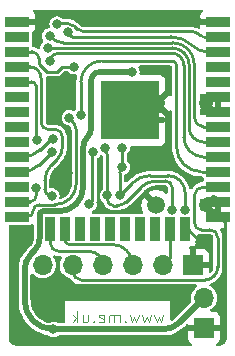
<source format=gbr>
%TF.GenerationSoftware,KiCad,Pcbnew,(6.0.1-0)*%
%TF.CreationDate,2022-01-30T06:48:27+00:00*%
%TF.ProjectId,LowPower,4c6f7750-6f77-4657-922e-6b696361645f,6*%
%TF.SameCoordinates,Original*%
%TF.FileFunction,Copper,L2,Bot*%
%TF.FilePolarity,Positive*%
%FSLAX46Y46*%
G04 Gerber Fmt 4.6, Leading zero omitted, Abs format (unit mm)*
G04 Created by KiCad (PCBNEW (6.0.1-0)) date 2022-01-30 06:48:27*
%MOMM*%
%LPD*%
G01*
G04 APERTURE LIST*
%ADD10C,0.100000*%
%TA.AperFunction,NonConductor*%
%ADD11C,0.100000*%
%TD*%
%TA.AperFunction,ComponentPad*%
%ADD12C,0.600000*%
%TD*%
%TA.AperFunction,ComponentPad*%
%ADD13C,1.250000*%
%TD*%
%TA.AperFunction,ComponentPad*%
%ADD14C,1.500000*%
%TD*%
%TA.AperFunction,ComponentPad*%
%ADD15R,1.700000X1.700000*%
%TD*%
%TA.AperFunction,ComponentPad*%
%ADD16O,1.700000X1.700000*%
%TD*%
%TA.AperFunction,ComponentPad*%
%ADD17C,0.350000*%
%TD*%
%TA.AperFunction,SMDPad,CuDef*%
%ADD18R,2.000000X0.900000*%
%TD*%
%TA.AperFunction,SMDPad,CuDef*%
%ADD19R,0.900000X2.000000*%
%TD*%
%TA.AperFunction,SMDPad,CuDef*%
%ADD20R,5.000000X5.000000*%
%TD*%
%TA.AperFunction,ViaPad*%
%ADD21C,0.800000*%
%TD*%
%TA.AperFunction,Conductor*%
%ADD22C,0.250000*%
%TD*%
%TA.AperFunction,Conductor*%
%ADD23C,0.500000*%
%TD*%
G04 APERTURE END LIST*
D10*
D11*
X130557142Y-124685714D02*
X130366666Y-125352380D01*
X130176190Y-124876190D01*
X129985714Y-125352380D01*
X129795238Y-124685714D01*
X129509523Y-124685714D02*
X129319047Y-125352380D01*
X129128571Y-124876190D01*
X128938095Y-125352380D01*
X128747619Y-124685714D01*
X128461904Y-124685714D02*
X128271428Y-125352380D01*
X128080952Y-124876190D01*
X127890476Y-125352380D01*
X127700000Y-124685714D01*
X127319047Y-125257142D02*
X127271428Y-125304761D01*
X127319047Y-125352380D01*
X127366666Y-125304761D01*
X127319047Y-125257142D01*
X127319047Y-125352380D01*
X126842857Y-125352380D02*
X126842857Y-124685714D01*
X126842857Y-124780952D02*
X126795238Y-124733333D01*
X126700000Y-124685714D01*
X126557142Y-124685714D01*
X126461904Y-124733333D01*
X126414285Y-124828571D01*
X126414285Y-125352380D01*
X126414285Y-124828571D02*
X126366666Y-124733333D01*
X126271428Y-124685714D01*
X126128571Y-124685714D01*
X126033333Y-124733333D01*
X125985714Y-124828571D01*
X125985714Y-125352380D01*
X125128571Y-125304761D02*
X125223809Y-125352380D01*
X125414285Y-125352380D01*
X125509523Y-125304761D01*
X125557142Y-125209523D01*
X125557142Y-124828571D01*
X125509523Y-124733333D01*
X125414285Y-124685714D01*
X125223809Y-124685714D01*
X125128571Y-124733333D01*
X125080952Y-124828571D01*
X125080952Y-124923809D01*
X125557142Y-125019047D01*
X124652380Y-125257142D02*
X124604761Y-125304761D01*
X124652380Y-125352380D01*
X124700000Y-125304761D01*
X124652380Y-125257142D01*
X124652380Y-125352380D01*
X123747619Y-124685714D02*
X123747619Y-125352380D01*
X124176190Y-124685714D02*
X124176190Y-125209523D01*
X124128571Y-125304761D01*
X124033333Y-125352380D01*
X123890476Y-125352380D01*
X123795238Y-125304761D01*
X123747619Y-125257142D01*
X123271428Y-125352380D02*
X123271428Y-124352380D01*
X123176190Y-124971428D02*
X122890476Y-125352380D01*
X122890476Y-124685714D02*
X123271428Y-125066666D01*
D12*
%TO.P,J2,S1,SHIELD*%
%TO.N,GND*%
X130455000Y-108210000D03*
D13*
X134135000Y-106780000D03*
X134135000Y-115420000D03*
D12*
X130455000Y-113990000D03*
D14*
X129965000Y-106780000D03*
X129965000Y-115420000D03*
%TD*%
D15*
%TO.P,J3,1,Pin_1*%
%TO.N,GND*%
X134000000Y-125800000D03*
D16*
%TO.P,J3,2,Pin_2*%
%TO.N,DC*%
X134000000Y-123260000D03*
%TD*%
D17*
%TO.P,U2,21,GND*%
%TO.N,GND*%
X122700000Y-112700000D03*
%TD*%
D15*
%TO.P,J1,1,Pin_1*%
%TO.N,GND*%
X133045000Y-120500000D03*
D16*
%TO.P,J1,2,Pin_2*%
%TO.N,IO1*%
X130505000Y-120500000D03*
%TO.P,J1,3,Pin_3*%
%TO.N,IO2*%
X127965000Y-120500000D03*
%TO.P,J1,4,Pin_4*%
%TO.N,IO3*%
X125425000Y-120500000D03*
%TO.P,J1,5,Pin_5*%
%TO.N,IO4*%
X122885000Y-120500000D03*
%TO.P,J1,6,Pin_6*%
%TO.N,Net-(J1-Pad6)*%
X120345000Y-120500000D03*
%TD*%
D18*
%TO.P,U1,1,GND*%
%TO.N,GND*%
X135200000Y-99895000D03*
%TO.P,U1,2,VDD*%
%TO.N,+3V3*%
X135200000Y-101165000D03*
%TO.P,U1,3,EN*%
%TO.N,Net-(Q1-Pad5)*%
X135200000Y-102435000D03*
%TO.P,U1,4,SENSOR_VP*%
%TO.N,unconnected-(U1-Pad4)*%
X135200000Y-103705000D03*
%TO.P,U1,5,SENSOR_VN*%
%TO.N,unconnected-(U1-Pad5)*%
X135200000Y-104975000D03*
%TO.P,U1,6,IO34*%
%TO.N,GND*%
X135200000Y-106245000D03*
%TO.P,U1,7,IO35*%
X135200000Y-107515000D03*
%TO.P,U1,8,IO32*%
%TO.N,R*%
X135200000Y-108785000D03*
%TO.P,U1,9,IO33*%
%TO.N,B*%
X135200000Y-110055000D03*
%TO.P,U1,10,IO25*%
%TO.N,G*%
X135200000Y-111325000D03*
%TO.P,U1,11,IO26*%
%TO.N,ADC*%
X135200000Y-112595000D03*
%TO.P,U1,12,IO27*%
%TO.N,IO4*%
X135200000Y-113865000D03*
%TO.P,U1,13,IO14*%
%TO.N,GND*%
X135200000Y-115135000D03*
%TO.P,U1,14,IO12*%
X135200000Y-116405000D03*
D19*
%TO.P,U1,15,GND*%
X132415000Y-117405000D03*
%TO.P,U1,16,IO13*%
%TO.N,IO1*%
X131145000Y-117405000D03*
%TO.P,U1,17,SHD/SD2*%
%TO.N,unconnected-(U1-Pad17)*%
X129875000Y-117405000D03*
%TO.P,U1,18,SWP/SD3*%
%TO.N,unconnected-(U1-Pad18)*%
X128605000Y-117405000D03*
%TO.P,U1,19,SCS/CMD*%
%TO.N,unconnected-(U1-Pad19)*%
X127335000Y-117405000D03*
%TO.P,U1,20,SCK/CLK*%
%TO.N,unconnected-(U1-Pad20)*%
X126065000Y-117405000D03*
%TO.P,U1,21,SDO/SD0*%
%TO.N,unconnected-(U1-Pad21)*%
X124795000Y-117405000D03*
%TO.P,U1,22,SDI/SD1*%
%TO.N,unconnected-(U1-Pad22)*%
X123525000Y-117405000D03*
%TO.P,U1,23,IO15*%
%TO.N,IO2*%
X122255000Y-117405000D03*
%TO.P,U1,24,IO2*%
%TO.N,IO3*%
X120985000Y-117405000D03*
D18*
%TO.P,U1,25,IO0*%
%TO.N,Net-(Q1-Pad4)*%
X118200000Y-116405000D03*
%TO.P,U1,26,IO4*%
%TO.N,IO5*%
X118200000Y-115135000D03*
%TO.P,U1,27,IO16*%
%TO.N,unconnected-(U1-Pad27)*%
X118200000Y-113865000D03*
%TO.P,U1,28,IO17*%
%TO.N,USB*%
X118200000Y-112595000D03*
%TO.P,U1,29,IO5*%
%TO.N,CHARGER*%
X118200000Y-111325000D03*
%TO.P,U1,30,IO18*%
%TO.N,unconnected-(U1-Pad30)*%
X118200000Y-110055000D03*
%TO.P,U1,31,IO19*%
%TO.N,unconnected-(U1-Pad31)*%
X118200000Y-108785000D03*
%TO.P,U1,32,NC*%
%TO.N,unconnected-(U1-Pad32)*%
X118200000Y-107515000D03*
%TO.P,U1,33,IO21*%
%TO.N,unconnected-(U1-Pad33)*%
X118200000Y-106245000D03*
%TO.P,U1,34,RXD0/IO3*%
%TO.N,I*%
X118200000Y-104975000D03*
%TO.P,U1,35,TXD0/IO1*%
%TO.N,O*%
X118200000Y-103705000D03*
%TO.P,U1,36,IO22*%
%TO.N,ADCON*%
X118200000Y-102435000D03*
%TO.P,U1,37,IO23*%
%TO.N,unconnected-(U1-Pad37)*%
X118200000Y-101165000D03*
%TO.P,U1,38,GND*%
%TO.N,GND*%
X118200000Y-99895000D03*
D20*
%TO.P,U1,39,GND*%
X127700000Y-107395000D03*
%TD*%
D21*
%TO.N,GND*%
X122300000Y-104600000D03*
X133700000Y-118500000D03*
X121520001Y-124179999D03*
X124225500Y-99600000D03*
%TO.N,+3V3*%
X121560000Y-100100000D03*
%TO.N,IO5*%
X119800000Y-113925010D03*
%TO.N,O*%
X121110205Y-114651712D03*
%TO.N,I*%
X119837340Y-109937340D03*
%TO.N,DC*%
X121251168Y-125928298D03*
X127890000Y-104110000D03*
%TO.N,Net-(Q1-Pad5)*%
X122447374Y-100763201D03*
%TO.N,Net-(Q1-Pad4)*%
X122600011Y-108003478D03*
%TO.N,ADCON*%
X123000000Y-103700000D03*
%TO.N,ADC*%
X123575645Y-107774980D03*
%TO.N,CHARGER*%
X121200000Y-109850002D03*
%TO.N,USB*%
X121112119Y-110913201D03*
%TO.N,Net-(C2-Pad1)*%
X124624012Y-110903845D03*
X124284095Y-115314543D03*
%TO.N,R*%
X120922814Y-101087818D03*
%TO.N,G*%
X120940798Y-103237244D03*
%TO.N,B*%
X120760687Y-102141490D03*
%TO.N,Net-(C4-Pad1)*%
X125818304Y-114598388D03*
X125577979Y-110605596D03*
X131300000Y-115800000D03*
%TO.N,Net-(C3-Pad1)*%
X127077230Y-110545028D03*
X132400000Y-115804998D03*
X126882276Y-114597468D03*
X127077238Y-112187497D03*
%TD*%
D22*
%TO.N,GND*%
X135200000Y-106245000D02*
X134670000Y-106245000D01*
X134870000Y-107515000D02*
X134135000Y-106780000D01*
X125800000Y-116000000D02*
X127500000Y-116000000D01*
X132605000Y-117405000D02*
X133700000Y-118500000D01*
X122300000Y-104600000D02*
X121836193Y-105063807D01*
X121836193Y-105063807D02*
X121836193Y-108254867D01*
D23*
X133705000Y-99895000D02*
X135200000Y-99895000D01*
D22*
X127500000Y-116000000D02*
X128945000Y-114555000D01*
X135120000Y-116405000D02*
X134135000Y-115420000D01*
X122525001Y-109574999D02*
X122525001Y-112525001D01*
X135200000Y-116405000D02*
X135305000Y-116405000D01*
X135200000Y-116405000D02*
X135120000Y-116405000D01*
X132415000Y-117405000D02*
X132605000Y-117405000D01*
X122525001Y-112525001D02*
X122700000Y-112700000D01*
X124700556Y-99124944D02*
X125775056Y-99124944D01*
X135750000Y-116850000D02*
X135750000Y-125250000D01*
X125009096Y-113290904D02*
X125009096Y-115209096D01*
D23*
X120405000Y-99895000D02*
X118200000Y-99895000D01*
X133445000Y-99635000D02*
X133705000Y-99895000D01*
D22*
X128945000Y-114555000D02*
X128945000Y-114400000D01*
X122043837Y-108756163D02*
X122286230Y-108998556D01*
X135250000Y-125750000D02*
X134050000Y-125750000D01*
X134670000Y-106245000D02*
X134135000Y-106780000D01*
X128945000Y-114400000D02*
X129965000Y-115420000D01*
D23*
X121024944Y-99275056D02*
X120405000Y-99895000D01*
X125775056Y-99124944D02*
X132213616Y-99124944D01*
D22*
X124225500Y-99600000D02*
X124700556Y-99124944D01*
X135200000Y-115135000D02*
X134420000Y-115135000D01*
X134420000Y-115135000D02*
X134135000Y-115420000D01*
X135200000Y-107515000D02*
X134870000Y-107515000D01*
D23*
X125775056Y-99124944D02*
X121387346Y-99124944D01*
D22*
X122525001Y-109574999D02*
G75*
G03*
X122286230Y-108998556I-815212J0D01*
G01*
D23*
X121024944Y-99275056D02*
G75*
G02*
X121387346Y-99124944I362399J-362395D01*
G01*
D22*
X122043837Y-108756163D02*
G75*
G02*
X121836193Y-108254867I501287J501293D01*
G01*
X134000000Y-125800000D02*
G75*
G02*
X134050000Y-125750000I50001J-1D01*
G01*
X135250000Y-125750000D02*
G75*
G03*
X135750000Y-125250000I-1J500001D01*
G01*
X125800000Y-116000000D02*
G75*
G02*
X125009096Y-115209096I-1J790903D01*
G01*
D23*
X133445000Y-99635000D02*
G75*
G03*
X132213616Y-99124944I-1231383J-1231382D01*
G01*
D22*
X135750000Y-116850000D02*
G75*
G03*
X135305000Y-116405000I-444998J2D01*
G01*
%TO.N,+3V3*%
X121728994Y-100030000D02*
X122427660Y-100030000D01*
X133991776Y-101165000D02*
X135200000Y-101165000D01*
X122995000Y-100265000D02*
X123220000Y-100490000D01*
X123751126Y-100710000D02*
X132893310Y-100710000D01*
X123751126Y-100709999D02*
G75*
G02*
X123220001Y-100489999I0J751124D01*
G01*
X122995000Y-100265000D02*
G75*
G03*
X122427660Y-100030000I-567338J-567335D01*
G01*
X133690000Y-101040000D02*
G75*
G03*
X132893310Y-100710000I-796690J-796690D01*
G01*
X121728994Y-100030001D02*
G75*
G03*
X121560001Y-100100001I-5J-238980D01*
G01*
X133991776Y-101165000D02*
G75*
G02*
X133690000Y-101040000I3J426781D01*
G01*
%TO.N,IO5*%
X118200000Y-115135000D02*
X119265000Y-115135000D01*
X119800000Y-114600000D02*
X119800000Y-113925010D01*
X119800000Y-114600000D02*
G75*
G02*
X119265000Y-115135000I-535000J0D01*
G01*
%TO.N,IO4*%
X133750000Y-117500000D02*
X134500000Y-117500000D01*
X135172811Y-118172811D02*
X135172811Y-120657191D01*
X135200000Y-113865000D02*
X133950000Y-113865000D01*
X133184999Y-114630001D02*
X133184999Y-116080489D01*
X122885000Y-121035000D02*
X122885000Y-120500000D01*
X133189511Y-116085001D02*
X133189511Y-116939511D01*
X134080002Y-121750000D02*
X123600000Y-121750000D01*
X133189511Y-116085001D02*
G75*
G03*
X133184999Y-116080489I-4514J-2D01*
G01*
X122885000Y-121035000D02*
G75*
G03*
X123600000Y-121750000I715001J1D01*
G01*
X134080002Y-121750000D02*
G75*
G03*
X135172811Y-120657191I1J1092808D01*
G01*
X133750000Y-117500000D02*
G75*
G02*
X133189511Y-116939511I-1J560488D01*
G01*
X135172811Y-118172811D02*
G75*
G03*
X134500000Y-117500000I-672812J-1D01*
G01*
X133184999Y-114630001D02*
G75*
G02*
X133950000Y-113865000I765002J-1D01*
G01*
%TO.N,IO3*%
X120985000Y-117405000D02*
X120985000Y-118655000D01*
X121654999Y-119324999D02*
X124249999Y-119324999D01*
X121654999Y-119324999D02*
G75*
G02*
X120985000Y-118655000I-1J669998D01*
G01*
X125425000Y-120500000D02*
G75*
G03*
X124249999Y-119324999I-1175002J-1D01*
G01*
%TO.N,IO2*%
X122255000Y-117405000D02*
X122255000Y-118455000D01*
X122530001Y-118730001D02*
X126195001Y-118730001D01*
X127965000Y-120500000D02*
G75*
G03*
X126195001Y-118730001I-1770000J-1D01*
G01*
X122530001Y-118730001D02*
G75*
G02*
X122255000Y-118455000I0J275001D01*
G01*
%TO.N,IO1*%
X131145000Y-117405000D02*
X131145000Y-119860000D01*
X130505000Y-120500000D02*
G75*
G03*
X131145000Y-119860000I-1J640001D01*
G01*
%TO.N,O*%
X120525001Y-113317459D02*
X120525001Y-114068293D01*
X122000000Y-109600000D02*
X122000000Y-110500000D01*
X120915704Y-114622101D02*
X121080594Y-114622101D01*
X121080594Y-114622101D02*
X121110205Y-114651712D01*
X120200000Y-104653137D02*
X120200000Y-108400000D01*
X118200000Y-103705000D02*
X119251863Y-103705000D01*
X120800000Y-109000000D02*
X121400000Y-109000000D01*
X121575736Y-111524264D02*
X121050000Y-112050000D01*
X120200000Y-104653137D02*
G75*
G03*
X119251863Y-103705000I-948137J0D01*
G01*
X121575736Y-111524264D02*
G75*
G03*
X122000000Y-110500000I-1024267J1024265D01*
G01*
X120915704Y-114622101D02*
G75*
G02*
X120525001Y-114068293I199924J555765D01*
G01*
X122000000Y-109600000D02*
G75*
G03*
X121400000Y-109000000I-600000J0D01*
G01*
X120525001Y-113317459D02*
G75*
G02*
X121050000Y-112050000I1792464J-3D01*
G01*
X120800000Y-109000000D02*
G75*
G02*
X120200000Y-108400000I0J600000D01*
G01*
%TO.N,I*%
X119749989Y-105274989D02*
X119749989Y-109726457D01*
X118200000Y-104975000D02*
X119450000Y-104975000D01*
X119749989Y-105274989D02*
G75*
G03*
X119450000Y-104975000I-299990J-1D01*
G01*
X119837340Y-109937340D02*
G75*
G02*
X119749989Y-109726457I210885J210884D01*
G01*
D23*
%TO.N,DC*%
X120084999Y-118235175D02*
X120084999Y-116194242D01*
X118800000Y-123477130D02*
X118800000Y-120913172D01*
X125240683Y-104110000D02*
X127890000Y-104110000D01*
X123774512Y-113845323D02*
X123774512Y-110472475D01*
X120324242Y-115954999D02*
X121664836Y-115954999D01*
X124428685Y-108893162D02*
X124428685Y-104921998D01*
X121251168Y-125928298D02*
X130550381Y-125928298D01*
X119375000Y-119525000D02*
X119675000Y-119225000D01*
X134000000Y-123260000D02*
X131884180Y-125375820D01*
X123774512Y-113845323D02*
G75*
G02*
X121664836Y-115954999I-2109677J1D01*
G01*
X119375000Y-119525000D02*
G75*
G03*
X118800000Y-120913172I1388161J-1388168D01*
G01*
X124096098Y-109696098D02*
G75*
G03*
X123774512Y-110472475I776372J-776375D01*
G01*
X125240683Y-104110000D02*
G75*
G03*
X124428685Y-104921998I1J-811999D01*
G01*
X118800000Y-123477130D02*
G75*
G03*
X121251168Y-125928298I2451166J-2D01*
G01*
X120324242Y-115954999D02*
G75*
G03*
X120084999Y-116194242I1J-239244D01*
G01*
X120084999Y-118235175D02*
G75*
G02*
X119675000Y-119225000I-1399823J0D01*
G01*
X130550381Y-125928298D02*
G75*
G03*
X131884180Y-125375820I-1J1886278D01*
G01*
X124428684Y-108893162D02*
G75*
G02*
X124096097Y-109696097I-1135520J-1D01*
G01*
D22*
%TO.N,Net-(Q1-Pad5)*%
X122847373Y-101163200D02*
X131221208Y-101163200D01*
X134291604Y-102435000D02*
X135200000Y-102435000D01*
X134291604Y-102434999D02*
G75*
G02*
X133000001Y-101899999I0J1826603D01*
G01*
X122847373Y-101163200D02*
G75*
G02*
X122447374Y-100763201I0J399999D01*
G01*
X133000000Y-101900000D02*
G75*
G03*
X131221208Y-101163200I-1778792J-1778792D01*
G01*
%TO.N,Net-(Q1-Pad4)*%
X123200001Y-109451981D02*
X123200001Y-113549999D01*
X123162926Y-109051885D02*
X123197942Y-109317851D01*
X122990836Y-108544925D02*
X123093495Y-108792765D01*
X123197942Y-109317851D02*
X123200001Y-109451981D01*
X119029022Y-116405000D02*
X118200000Y-116405000D01*
X123093495Y-108792765D02*
X123162926Y-109051885D01*
X122600011Y-108003478D02*
X122693399Y-108099779D01*
X121369512Y-115380488D02*
X120053534Y-115380488D01*
X122856706Y-108312604D02*
X122990836Y-108544925D01*
X122693399Y-108099779D02*
X122856706Y-108312604D01*
X119524511Y-115909511D02*
G75*
G02*
X120053534Y-115380488I529022J1D01*
G01*
X119029022Y-116405000D02*
G75*
G03*
X119524511Y-115909511I1J495488D01*
G01*
X121369512Y-115380488D02*
G75*
G03*
X123200001Y-113549999I-1J1830490D01*
G01*
%TO.N,ADCON*%
X122000000Y-103700000D02*
X121556286Y-104143714D01*
X118200000Y-102435000D02*
X119450000Y-102435000D01*
X123000000Y-103700000D02*
X122000000Y-103700000D01*
X120719981Y-104143714D02*
X120009041Y-103432774D01*
X121556286Y-104143714D02*
X120719981Y-104143714D01*
X120009041Y-103432774D02*
X120009041Y-102994041D01*
X120009041Y-102994041D02*
G75*
G03*
X119450000Y-102435000I-559040J1D01*
G01*
%TO.N,ADC*%
X123575645Y-107774980D02*
X123575645Y-104975645D01*
X135200000Y-112595000D02*
X133813644Y-112595000D01*
X131657952Y-103557952D02*
X131657952Y-110439308D01*
X125349287Y-103202003D02*
X131302003Y-103202003D01*
X125349287Y-103202003D02*
G75*
G03*
X123575645Y-104975645I1J-1773643D01*
G01*
X131657952Y-103557952D02*
G75*
G03*
X131302003Y-103202003I-355949J0D01*
G01*
X131657952Y-110439308D02*
G75*
G03*
X133813644Y-112595000I2155693J1D01*
G01*
%TO.N,CHARGER*%
X120854618Y-109993064D02*
X120123841Y-110723841D01*
X118672515Y-111325000D02*
X118200000Y-111325000D01*
X118672515Y-111325000D02*
G75*
G03*
X120123841Y-110723841I3J2052477D01*
G01*
X120854618Y-109993064D02*
G75*
G02*
X121200000Y-109850002I345385J-345388D01*
G01*
%TO.N,USB*%
X118606767Y-112595000D02*
X118200000Y-112595000D01*
X121112119Y-110913201D02*
X120012660Y-112012660D01*
X118606767Y-112595000D02*
G75*
G03*
X120012660Y-112012660I4J1988223D01*
G01*
%TO.N,Net-(C2-Pad1)*%
X124517912Y-115080726D02*
X124517912Y-111159993D01*
X124624012Y-110903845D02*
G75*
G03*
X124517912Y-111159993I256144J-256146D01*
G01*
X124517912Y-115080726D02*
G75*
G02*
X124284095Y-115314543I-233816J-1D01*
G01*
%TO.N,R*%
X135200000Y-108785000D02*
X133950000Y-108785000D01*
X133184999Y-108019999D02*
X133184999Y-103515001D01*
X121096567Y-101261570D02*
X120922814Y-101087818D01*
X131327520Y-101657522D02*
X122052478Y-101657522D01*
X133184999Y-108019999D02*
G75*
G03*
X133950000Y-108785000I765002J1D01*
G01*
X131327520Y-101657522D02*
G75*
G02*
X133184999Y-103515001I0J-1857479D01*
G01*
X121096567Y-101261570D02*
G75*
G03*
X122052478Y-101657522I955907J955899D01*
G01*
%TO.N,G*%
X120994793Y-103183249D02*
X120940798Y-103237244D01*
X135200000Y-111325000D02*
X133950000Y-111325000D01*
X132284977Y-109659977D02*
X132284977Y-103565023D01*
X120994793Y-103015368D02*
X120994793Y-103183249D01*
X131277498Y-102557544D02*
X121643646Y-102557544D01*
X132284977Y-109659977D02*
G75*
G03*
X133950000Y-111325000I1665023J0D01*
G01*
X120994793Y-103015368D02*
G75*
G02*
X121643646Y-102557545I651084J-234045D01*
G01*
X131277498Y-102557544D02*
G75*
G02*
X132284977Y-103565023I-1J-1007480D01*
G01*
%TO.N,B*%
X131307533Y-102107533D02*
X120793901Y-102107533D01*
X132734988Y-108839988D02*
X132734988Y-103534988D01*
X120769492Y-102114879D02*
X120760687Y-102123684D01*
X120760687Y-102123684D02*
X120760687Y-102141490D01*
X135200000Y-110055000D02*
X133950000Y-110055000D01*
X131307533Y-102107533D02*
G75*
G02*
X132734988Y-103534988I0J-1427455D01*
G01*
X120769492Y-102114879D02*
G75*
G02*
X120793901Y-102107533I31722J-61180D01*
G01*
X132734988Y-108839988D02*
G75*
G03*
X133950000Y-110055000I1215013J1D01*
G01*
%TO.N,Net-(C4-Pad1)*%
X125818304Y-114968304D02*
X125818304Y-114598388D01*
X128651373Y-113901373D02*
X127422886Y-115129860D01*
X131300000Y-115800000D02*
X131300000Y-113909998D01*
X130755001Y-113364999D02*
X129946294Y-113364999D01*
X126650000Y-115450000D02*
X126300000Y-115450000D01*
X125818304Y-114598388D02*
X125818304Y-111185791D01*
X126650000Y-115449999D02*
G75*
G03*
X127422886Y-115129860I-1J1093028D01*
G01*
X130755001Y-113364999D02*
G75*
G02*
X131300000Y-113909998I-2J-545001D01*
G01*
X128651373Y-113901373D02*
G75*
G02*
X129946294Y-113364999I1294921J-1294921D01*
G01*
X125577979Y-110605596D02*
G75*
G02*
X125818304Y-111185791I-580190J-580194D01*
G01*
X125818304Y-114968304D02*
G75*
G03*
X126300000Y-115450000I481694J-2D01*
G01*
%TO.N,Net-(C3-Pad1)*%
X127077230Y-110545028D02*
X127077230Y-112187489D01*
X127077230Y-112187489D02*
X127077238Y-112187497D01*
X132400000Y-115804998D02*
X132400000Y-114373587D01*
X127939872Y-113539872D02*
X126882276Y-114597468D01*
X126882276Y-114597468D02*
X126882276Y-112658176D01*
X130941401Y-112914988D02*
X129448475Y-112914988D01*
X127939872Y-113539872D02*
G75*
G02*
X129448475Y-112914988I1508603J-1508602D01*
G01*
X127077238Y-112187497D02*
G75*
G03*
X126882276Y-112658176I470681J-470680D01*
G01*
X130941401Y-112914988D02*
G75*
G02*
X132400000Y-114373587I-1J-1458600D01*
G01*
%TD*%
%TA.AperFunction,Conductor*%
%TO.N,GND*%
G36*
X119498531Y-117024180D02*
G01*
X119555367Y-117066727D01*
X119580178Y-117133247D01*
X119580499Y-117142236D01*
X119580499Y-118186121D01*
X119578999Y-118205506D01*
X119575349Y-118228948D01*
X119577160Y-118242799D01*
X119577836Y-118269013D01*
X119570254Y-118365350D01*
X119567161Y-118384876D01*
X119538994Y-118502203D01*
X119532886Y-118521003D01*
X119486706Y-118632492D01*
X119477739Y-118650090D01*
X119414685Y-118752983D01*
X119403070Y-118768969D01*
X119344846Y-118837141D01*
X119332566Y-118848522D01*
X119332698Y-118848657D01*
X119326274Y-118854925D01*
X119319026Y-118860220D01*
X119313558Y-118867333D01*
X119313552Y-118867339D01*
X119299814Y-118885211D01*
X119289014Y-118897515D01*
X119055681Y-119130848D01*
X119039664Y-119144396D01*
X119023510Y-119155897D01*
X119014597Y-119164595D01*
X119011676Y-119168493D01*
X119008807Y-119172321D01*
X119001933Y-119180714D01*
X118833185Y-119369542D01*
X118833180Y-119369548D01*
X118830829Y-119372179D01*
X118670442Y-119598222D01*
X118536373Y-119840802D01*
X118535021Y-119844065D01*
X118535019Y-119844070D01*
X118454810Y-120037711D01*
X118430307Y-120096867D01*
X118353578Y-120363198D01*
X118307152Y-120636446D01*
X118293944Y-120871649D01*
X118293628Y-120877281D01*
X118292081Y-120891110D01*
X118290464Y-120900720D01*
X118290312Y-120913173D01*
X118292745Y-120930163D01*
X118294227Y-120940509D01*
X118295500Y-120958372D01*
X118295500Y-123424217D01*
X118293754Y-123445122D01*
X118290464Y-123464677D01*
X118290312Y-123477130D01*
X118291001Y-123481943D01*
X118291002Y-123481956D01*
X118291294Y-123483992D01*
X118292394Y-123495256D01*
X118307657Y-123786505D01*
X118356121Y-124092491D01*
X118436303Y-124391735D01*
X118437488Y-124394823D01*
X118437489Y-124394825D01*
X118456004Y-124443057D01*
X118547325Y-124680958D01*
X118548823Y-124683898D01*
X118632258Y-124847648D01*
X118687971Y-124956992D01*
X118689767Y-124959758D01*
X118689769Y-124959761D01*
X118743063Y-125041827D01*
X118856700Y-125216813D01*
X119051664Y-125457572D01*
X119270726Y-125676634D01*
X119273284Y-125678706D01*
X119273288Y-125678709D01*
X119355054Y-125744922D01*
X119511485Y-125871598D01*
X119771306Y-126040327D01*
X119774240Y-126041822D01*
X119774247Y-126041826D01*
X120044400Y-126179475D01*
X120047340Y-126180973D01*
X120336563Y-126291995D01*
X120635807Y-126372177D01*
X120756760Y-126391334D01*
X120821847Y-126422590D01*
X120869244Y-126465717D01*
X121008461Y-126541306D01*
X121161690Y-126581505D01*
X121245645Y-126582824D01*
X121312487Y-126583874D01*
X121312490Y-126583874D01*
X121320084Y-126583993D01*
X121474500Y-126548627D01*
X121544910Y-126513215D01*
X121609240Y-126480861D01*
X121609243Y-126480859D01*
X121616023Y-126477449D01*
X121632957Y-126462986D01*
X121697747Y-126433956D01*
X121714787Y-126432798D01*
X130497468Y-126432798D01*
X130518373Y-126434544D01*
X130537928Y-126437834D01*
X130544210Y-126437911D01*
X130545523Y-126437927D01*
X130545527Y-126437927D01*
X130550381Y-126437986D01*
X130561329Y-126436418D01*
X130572124Y-126435344D01*
X130698424Y-126428251D01*
X130818485Y-126421508D01*
X131083217Y-126376529D01*
X131341249Y-126302191D01*
X131465292Y-126250811D01*
X131586067Y-126200784D01*
X131586072Y-126200782D01*
X131589335Y-126199430D01*
X131622731Y-126180973D01*
X131821257Y-126071251D01*
X131824355Y-126069539D01*
X132043355Y-125914151D01*
X132215963Y-125759898D01*
X132226846Y-125751206D01*
X132231696Y-125747753D01*
X132231704Y-125747746D01*
X132235671Y-125744922D01*
X132244584Y-125736224D01*
X132261149Y-125714121D01*
X132272881Y-125700590D01*
X132447731Y-125525740D01*
X132510043Y-125491714D01*
X132580858Y-125496779D01*
X132619338Y-125519610D01*
X132647865Y-125544329D01*
X132655548Y-125546000D01*
X135339884Y-125546000D01*
X135355123Y-125541525D01*
X135356328Y-125540135D01*
X135357999Y-125532452D01*
X135357999Y-124905331D01*
X135357629Y-124898510D01*
X135352105Y-124847648D01*
X135348479Y-124832396D01*
X135303324Y-124711946D01*
X135294786Y-124696351D01*
X135218285Y-124594276D01*
X135205724Y-124581715D01*
X135103649Y-124505214D01*
X135088054Y-124496676D01*
X134967606Y-124451522D01*
X134952351Y-124447895D01*
X134901486Y-124442369D01*
X134894672Y-124442000D01*
X134632846Y-124442000D01*
X134564725Y-124421998D01*
X134518232Y-124368342D01*
X134508128Y-124298068D01*
X134537622Y-124233488D01*
X134571275Y-124206069D01*
X134628276Y-124174147D01*
X134784345Y-124044345D01*
X134914147Y-123888276D01*
X134973845Y-123781677D01*
X135010510Y-123716208D01*
X135010511Y-123716206D01*
X135013334Y-123711165D01*
X135015190Y-123705698D01*
X135015192Y-123705693D01*
X135076728Y-123524414D01*
X135076729Y-123524409D01*
X135078584Y-123518945D01*
X135079412Y-123513236D01*
X135079413Y-123513231D01*
X135107179Y-123321727D01*
X135107712Y-123318053D01*
X135109232Y-123260000D01*
X135090658Y-123057859D01*
X135089090Y-123052299D01*
X135037125Y-122868046D01*
X135037124Y-122868044D01*
X135035557Y-122862487D01*
X135024978Y-122841033D01*
X134948331Y-122685609D01*
X134945776Y-122680428D01*
X134824320Y-122517779D01*
X134675258Y-122379987D01*
X134670375Y-122376906D01*
X134670371Y-122376903D01*
X134518409Y-122281023D01*
X134471470Y-122227756D01*
X134460781Y-122157569D01*
X134489735Y-122092745D01*
X134541612Y-122056405D01*
X134693184Y-121999872D01*
X134878026Y-121898940D01*
X135046623Y-121772731D01*
X135195542Y-121623812D01*
X135199996Y-121617863D01*
X135319058Y-121458812D01*
X135321751Y-121455215D01*
X135422683Y-121270373D01*
X135482355Y-121110386D01*
X135494708Y-121077266D01*
X135494709Y-121077263D01*
X135496281Y-121073048D01*
X135498451Y-121063077D01*
X135525113Y-120940509D01*
X135541048Y-120867257D01*
X135550971Y-120728518D01*
X135551627Y-120723914D01*
X135551829Y-120723340D01*
X135552311Y-120717775D01*
X135552311Y-120714273D01*
X135552632Y-120705286D01*
X135554887Y-120673750D01*
X135555490Y-120668493D01*
X135555490Y-120666987D01*
X135557042Y-120657191D01*
X135553862Y-120637113D01*
X135552311Y-120617403D01*
X135552311Y-118212598D01*
X135553862Y-118192887D01*
X135555491Y-118182602D01*
X135557042Y-118172810D01*
X135555491Y-118163016D01*
X135555491Y-118161818D01*
X135555073Y-118158412D01*
X135540764Y-117994873D01*
X135540763Y-117994867D01*
X135540283Y-117989381D01*
X135538859Y-117984066D01*
X135494049Y-117816834D01*
X135494048Y-117816832D01*
X135492626Y-117811524D01*
X135467050Y-117756676D01*
X135417135Y-117649633D01*
X135417132Y-117649628D01*
X135414809Y-117644646D01*
X135356428Y-117561269D01*
X135333740Y-117493996D01*
X135351025Y-117425136D01*
X135402794Y-117376551D01*
X135459641Y-117362999D01*
X135820000Y-117362999D01*
X135888121Y-117383001D01*
X135934614Y-117436657D01*
X135946000Y-117488999D01*
X135946000Y-126562575D01*
X135943579Y-126587153D01*
X135941024Y-126600000D01*
X135943445Y-126612172D01*
X135943445Y-126619754D01*
X135942838Y-126632104D01*
X135932882Y-126733188D01*
X135928065Y-126757408D01*
X135892813Y-126873617D01*
X135883369Y-126896418D01*
X135826124Y-127003517D01*
X135812406Y-127024047D01*
X135735374Y-127117909D01*
X135717909Y-127135374D01*
X135624047Y-127212406D01*
X135603517Y-127226124D01*
X135496418Y-127283369D01*
X135473617Y-127292813D01*
X135357408Y-127328065D01*
X135333188Y-127332882D01*
X135232104Y-127342838D01*
X135219754Y-127343445D01*
X135212172Y-127343445D01*
X135200000Y-127341024D01*
X135187153Y-127343579D01*
X135162575Y-127346000D01*
X135135768Y-127346000D01*
X135067647Y-127325998D01*
X135021154Y-127272342D01*
X135011050Y-127202068D01*
X135040544Y-127137488D01*
X135081087Y-127109287D01*
X135080182Y-127107634D01*
X135103649Y-127094786D01*
X135205724Y-127018285D01*
X135218285Y-127005724D01*
X135294786Y-126903649D01*
X135303324Y-126888054D01*
X135348478Y-126767606D01*
X135352105Y-126752351D01*
X135357631Y-126701486D01*
X135358000Y-126694672D01*
X135358000Y-126072115D01*
X135353525Y-126056876D01*
X135352135Y-126055671D01*
X135344452Y-126054000D01*
X132660116Y-126054000D01*
X132644877Y-126058475D01*
X132643672Y-126059865D01*
X132642001Y-126067548D01*
X132642001Y-126694669D01*
X132642371Y-126701490D01*
X132647895Y-126752352D01*
X132651521Y-126767604D01*
X132696676Y-126888054D01*
X132705214Y-126903649D01*
X132781715Y-127005724D01*
X132794276Y-127018285D01*
X132896351Y-127094786D01*
X132919818Y-127107634D01*
X132918687Y-127109700D01*
X132965227Y-127144661D01*
X132989926Y-127211223D01*
X132974718Y-127280571D01*
X132924431Y-127330689D01*
X132864232Y-127346000D01*
X118237425Y-127346000D01*
X118212847Y-127343579D01*
X118200000Y-127341024D01*
X118187828Y-127343445D01*
X118180246Y-127343445D01*
X118167896Y-127342838D01*
X118066812Y-127332882D01*
X118042592Y-127328065D01*
X117926383Y-127292813D01*
X117903582Y-127283369D01*
X117796483Y-127226124D01*
X117775953Y-127212406D01*
X117682091Y-127135374D01*
X117664626Y-127117909D01*
X117587594Y-127024047D01*
X117573876Y-127003517D01*
X117516631Y-126896418D01*
X117507187Y-126873617D01*
X117471935Y-126757408D01*
X117467118Y-126733188D01*
X117457162Y-126632104D01*
X117456555Y-126619754D01*
X117456555Y-126612172D01*
X117458976Y-126600000D01*
X117456421Y-126587153D01*
X117454000Y-126562575D01*
X117454000Y-117235500D01*
X117474002Y-117167379D01*
X117527658Y-117120886D01*
X117580000Y-117109500D01*
X119142146Y-117109499D01*
X119225066Y-117109499D01*
X119260818Y-117102388D01*
X119287126Y-117097156D01*
X119287128Y-117097155D01*
X119299301Y-117094734D01*
X119309621Y-117087839D01*
X119309622Y-117087838D01*
X119383484Y-117038484D01*
X119385826Y-117041989D01*
X119427716Y-117019115D01*
X119498531Y-117024180D01*
G37*
%TD.AperFunction*%
%TA.AperFunction,Conductor*%
G36*
X121383629Y-119668809D02*
G01*
X121461415Y-119689651D01*
X121472060Y-119692503D01*
X121477546Y-119692983D01*
X121477552Y-119692984D01*
X121578822Y-119701845D01*
X121585553Y-119702860D01*
X121588850Y-119704017D01*
X121594415Y-119704499D01*
X121603671Y-119704499D01*
X121614651Y-119704978D01*
X121622138Y-119705633D01*
X121640449Y-119707235D01*
X121644057Y-119707678D01*
X121645202Y-119707678D01*
X121655000Y-119709230D01*
X121664793Y-119707679D01*
X121664794Y-119707679D01*
X121675077Y-119706050D01*
X121694788Y-119704499D01*
X121847564Y-119704499D01*
X121915685Y-119724501D01*
X121962178Y-119778157D01*
X121972282Y-119848431D01*
X121954503Y-119895755D01*
X121954720Y-119895869D01*
X121860203Y-120075515D01*
X121800007Y-120269378D01*
X121776148Y-120470964D01*
X121789424Y-120673522D01*
X121790845Y-120679118D01*
X121790846Y-120679123D01*
X121817481Y-120783997D01*
X121839392Y-120870269D01*
X121841809Y-120875512D01*
X121877289Y-120952474D01*
X121924377Y-121054616D01*
X121927710Y-121059332D01*
X122035944Y-121212480D01*
X122041533Y-121220389D01*
X122045675Y-121224424D01*
X122092843Y-121270373D01*
X122186938Y-121362035D01*
X122191742Y-121365245D01*
X122196892Y-121368686D01*
X122355720Y-121474812D01*
X122361023Y-121477090D01*
X122361026Y-121477092D01*
X122434207Y-121508532D01*
X122542228Y-121554942D01*
X122547854Y-121556215D01*
X122547857Y-121556216D01*
X122596583Y-121567241D01*
X122658609Y-121601784D01*
X122671988Y-121617863D01*
X122758362Y-121741218D01*
X122893782Y-121876638D01*
X122898290Y-121879795D01*
X122898293Y-121879797D01*
X123046151Y-121983328D01*
X123050660Y-121986485D01*
X123055642Y-121988808D01*
X123055647Y-121988811D01*
X123200603Y-122056405D01*
X123224229Y-122067422D01*
X123229537Y-122068844D01*
X123229539Y-122068845D01*
X123403901Y-122115565D01*
X123403903Y-122115565D01*
X123409216Y-122116989D01*
X123414692Y-122117468D01*
X123414697Y-122117469D01*
X123490970Y-122124142D01*
X123525168Y-122127134D01*
X123530982Y-122128010D01*
X123533851Y-122129018D01*
X123539416Y-122129500D01*
X123546707Y-122129500D01*
X123557689Y-122129979D01*
X123587865Y-122132619D01*
X123588354Y-122132679D01*
X123588549Y-122132679D01*
X123592241Y-122133002D01*
X123599999Y-122134231D01*
X123609792Y-122132680D01*
X123609793Y-122132680D01*
X123620076Y-122131051D01*
X123639787Y-122129500D01*
X133281972Y-122129500D01*
X133350093Y-122149502D01*
X133396586Y-122203158D01*
X133406690Y-122273432D01*
X133377196Y-122338012D01*
X133356032Y-122357437D01*
X133352974Y-122359659D01*
X133348010Y-122362612D01*
X133195392Y-122496455D01*
X133069720Y-122655869D01*
X133067031Y-122660980D01*
X133067029Y-122660983D01*
X133054073Y-122685609D01*
X132975203Y-122835515D01*
X132915007Y-123029378D01*
X132891148Y-123230964D01*
X132904424Y-123433522D01*
X132905845Y-123439118D01*
X132905846Y-123439123D01*
X132907370Y-123445122D01*
X132926050Y-123518671D01*
X132929032Y-123530414D01*
X132926414Y-123601362D01*
X132896004Y-123650525D01*
X131562131Y-124984398D01*
X131547364Y-124997044D01*
X131528206Y-125011040D01*
X131522733Y-125018160D01*
X131518329Y-125023888D01*
X131501512Y-125041827D01*
X131397763Y-125132812D01*
X131384689Y-125142844D01*
X131350003Y-125166021D01*
X131282250Y-125187237D01*
X131213783Y-125168455D01*
X131166339Y-125115638D01*
X131154000Y-125061257D01*
X131154000Y-123541000D01*
X122246000Y-123541000D01*
X122246000Y-125297798D01*
X122225998Y-125365919D01*
X122172342Y-125412412D01*
X122120000Y-125423798D01*
X121716835Y-125423798D01*
X121648714Y-125403796D01*
X121633311Y-125392100D01*
X121633122Y-125391968D01*
X121627443Y-125386909D01*
X121487442Y-125312782D01*
X121333801Y-125274190D01*
X121326202Y-125274150D01*
X121326201Y-125274150D01*
X121260349Y-125273805D01*
X121175389Y-125273360D01*
X121168009Y-125275132D01*
X121168007Y-125275132D01*
X121028731Y-125308569D01*
X121028728Y-125308570D01*
X121021352Y-125310341D01*
X120918374Y-125363492D01*
X120848668Y-125376961D01*
X120836009Y-125375106D01*
X120755428Y-125359077D01*
X120739514Y-125354813D01*
X120603284Y-125308569D01*
X120514032Y-125278272D01*
X120498805Y-125271965D01*
X120285241Y-125166647D01*
X120270967Y-125158406D01*
X120072976Y-125026113D01*
X120059901Y-125016080D01*
X119995681Y-124959761D01*
X119880867Y-124859072D01*
X119869226Y-124847431D01*
X119712218Y-124668397D01*
X119702185Y-124655322D01*
X119569892Y-124457331D01*
X119561651Y-124443057D01*
X119456333Y-124229493D01*
X119450026Y-124214266D01*
X119393597Y-124048031D01*
X119373485Y-123988784D01*
X119369220Y-123972867D01*
X119322765Y-123739320D01*
X119320614Y-123722980D01*
X119307223Y-123518671D01*
X119308219Y-123496309D01*
X119308269Y-123492228D01*
X119309650Y-123483357D01*
X119308200Y-123472264D01*
X119305564Y-123452111D01*
X119304500Y-123435773D01*
X119304500Y-121327094D01*
X119324502Y-121258973D01*
X119378158Y-121212480D01*
X119448432Y-121202376D01*
X119513012Y-121231870D01*
X119518414Y-121236833D01*
X119646938Y-121362035D01*
X119651742Y-121365245D01*
X119656892Y-121368686D01*
X119815720Y-121474812D01*
X119821023Y-121477090D01*
X119821026Y-121477092D01*
X119909707Y-121515192D01*
X120002228Y-121554942D01*
X120056582Y-121567241D01*
X120194579Y-121598467D01*
X120194584Y-121598468D01*
X120200216Y-121599742D01*
X120205987Y-121599969D01*
X120205989Y-121599969D01*
X120265756Y-121602317D01*
X120403053Y-121607712D01*
X120503499Y-121593148D01*
X120598231Y-121579413D01*
X120598236Y-121579412D01*
X120603945Y-121578584D01*
X120609409Y-121576729D01*
X120609414Y-121576728D01*
X120790693Y-121515192D01*
X120790698Y-121515190D01*
X120796165Y-121513334D01*
X120973276Y-121414147D01*
X121025756Y-121370500D01*
X121124913Y-121288031D01*
X121129345Y-121284345D01*
X121259147Y-121128276D01*
X121358334Y-120951165D01*
X121360190Y-120945698D01*
X121360192Y-120945693D01*
X121421728Y-120764414D01*
X121421729Y-120764409D01*
X121423584Y-120758945D01*
X121424412Y-120753236D01*
X121424413Y-120753231D01*
X121452179Y-120561727D01*
X121452712Y-120558053D01*
X121454232Y-120500000D01*
X121435658Y-120297859D01*
X121434090Y-120292299D01*
X121382125Y-120108046D01*
X121382124Y-120108044D01*
X121380557Y-120102487D01*
X121376174Y-120093598D01*
X121293331Y-119925609D01*
X121290776Y-119920428D01*
X121287321Y-119915801D01*
X121287320Y-119915799D01*
X121250062Y-119865906D01*
X121225330Y-119799356D01*
X121240503Y-119730000D01*
X121290764Y-119679857D01*
X121360156Y-119664848D01*
X121383629Y-119668809D01*
G37*
%TD.AperFunction*%
%TA.AperFunction,Conductor*%
G36*
X133531610Y-117854143D02*
G01*
X133575624Y-117865936D01*
X133586150Y-117868756D01*
X133591626Y-117869235D01*
X133591631Y-117869236D01*
X133643552Y-117873778D01*
X133670555Y-117876141D01*
X133679497Y-117877489D01*
X133683851Y-117879018D01*
X133689416Y-117879500D01*
X133703452Y-117879500D01*
X133714430Y-117879979D01*
X133726360Y-117881022D01*
X133729547Y-117881301D01*
X133738257Y-117882371D01*
X133750001Y-117884231D01*
X133759794Y-117882680D01*
X133759795Y-117882680D01*
X133770078Y-117881051D01*
X133789789Y-117879500D01*
X134460211Y-117879500D01*
X134479922Y-117881051D01*
X134490205Y-117882680D01*
X134490206Y-117882680D01*
X134499999Y-117884231D01*
X134509796Y-117882679D01*
X134510151Y-117882679D01*
X134529867Y-117884231D01*
X134570928Y-117890735D01*
X134608419Y-117902916D01*
X134654625Y-117926459D01*
X134686517Y-117949631D01*
X134723180Y-117986294D01*
X134746352Y-118018186D01*
X134769895Y-118064392D01*
X134782076Y-118101883D01*
X134788580Y-118142944D01*
X134790132Y-118162660D01*
X134790132Y-118163015D01*
X134788580Y-118172812D01*
X134790131Y-118182602D01*
X134790131Y-118182606D01*
X134791760Y-118192889D01*
X134793311Y-118212600D01*
X134793311Y-120617403D01*
X134791760Y-120637113D01*
X134788580Y-120657191D01*
X134790131Y-120666984D01*
X134790131Y-120676902D01*
X134789476Y-120676902D01*
X134789912Y-120691701D01*
X134782751Y-120764414D01*
X134780822Y-120783997D01*
X134776003Y-120808223D01*
X134742614Y-120918290D01*
X134733162Y-120941110D01*
X134678947Y-121042540D01*
X134665225Y-121063077D01*
X134626399Y-121110387D01*
X134567723Y-121150355D01*
X134496752Y-121152256D01*
X134436019Y-121115486D01*
X134404807Y-121051718D01*
X134403000Y-121030453D01*
X134403000Y-120772115D01*
X134398525Y-120756876D01*
X134397135Y-120755671D01*
X134389452Y-120754000D01*
X132917000Y-120754000D01*
X132848879Y-120733998D01*
X132802386Y-120680342D01*
X132791000Y-120628000D01*
X132791000Y-120227885D01*
X133299000Y-120227885D01*
X133303475Y-120243124D01*
X133304865Y-120244329D01*
X133312548Y-120246000D01*
X134384884Y-120246000D01*
X134400123Y-120241525D01*
X134401328Y-120240135D01*
X134402999Y-120232452D01*
X134402999Y-119605331D01*
X134402629Y-119598510D01*
X134397105Y-119547648D01*
X134393479Y-119532396D01*
X134348324Y-119411946D01*
X134339786Y-119396351D01*
X134263285Y-119294276D01*
X134250724Y-119281715D01*
X134148649Y-119205214D01*
X134133054Y-119196676D01*
X134012606Y-119151522D01*
X133997351Y-119147895D01*
X133946486Y-119142369D01*
X133939672Y-119142000D01*
X133317115Y-119142000D01*
X133301876Y-119146475D01*
X133300671Y-119147865D01*
X133299000Y-119155548D01*
X133299000Y-120227885D01*
X132791000Y-120227885D01*
X132791000Y-119160116D01*
X132786525Y-119144877D01*
X132774231Y-119134224D01*
X132735847Y-119074498D01*
X132735847Y-119003501D01*
X132774230Y-118943775D01*
X132838811Y-118914282D01*
X132856743Y-118912999D01*
X132909669Y-118912999D01*
X132916490Y-118912629D01*
X132967352Y-118907105D01*
X132982604Y-118903479D01*
X133103054Y-118858324D01*
X133118649Y-118849786D01*
X133220724Y-118773285D01*
X133233285Y-118760724D01*
X133309786Y-118658649D01*
X133318324Y-118643054D01*
X133363478Y-118522606D01*
X133367105Y-118507351D01*
X133372631Y-118456486D01*
X133373000Y-118449672D01*
X133373000Y-117975850D01*
X133393002Y-117907729D01*
X133446658Y-117861236D01*
X133516932Y-117851132D01*
X133531610Y-117854143D01*
G37*
%TD.AperFunction*%
%TA.AperFunction,Conductor*%
G36*
X134959303Y-114589502D02*
G01*
X134980277Y-114606405D01*
X135054946Y-114681074D01*
X135088972Y-114743386D01*
X135083907Y-114814201D01*
X135054946Y-114859264D01*
X135046022Y-114868188D01*
X135040513Y-114878277D01*
X135047814Y-114881000D01*
X135328000Y-114881000D01*
X135396121Y-114901002D01*
X135442614Y-114954658D01*
X135454000Y-115007000D01*
X135454000Y-116533000D01*
X135433998Y-116601121D01*
X135380342Y-116647614D01*
X135328000Y-116659000D01*
X135072000Y-116659000D01*
X135003879Y-116638998D01*
X134957386Y-116585342D01*
X134946000Y-116533000D01*
X134946000Y-116285987D01*
X134942763Y-116274962D01*
X134935672Y-116278200D01*
X134873926Y-116339946D01*
X134811614Y-116373972D01*
X134740799Y-116368907D01*
X134695736Y-116339946D01*
X133839287Y-115483497D01*
X133805261Y-115421185D01*
X133805253Y-115421132D01*
X134499408Y-115421132D01*
X134499539Y-115422965D01*
X134503790Y-115429580D01*
X134933188Y-115858978D01*
X134943277Y-115864487D01*
X134946000Y-115857186D01*
X134946000Y-115407115D01*
X134941525Y-115391876D01*
X134940135Y-115390671D01*
X134932452Y-115389000D01*
X134543325Y-115389000D01*
X134517680Y-115396530D01*
X134507022Y-115407188D01*
X134499408Y-115421132D01*
X133805253Y-115421132D01*
X133802703Y-115403392D01*
X133801934Y-115392636D01*
X133792186Y-115389000D01*
X133778000Y-115389000D01*
X133709879Y-115368998D01*
X133663386Y-115315342D01*
X133652000Y-115263000D01*
X133652000Y-115007000D01*
X133672002Y-114938879D01*
X133725658Y-114892386D01*
X133778000Y-114881000D01*
X134296675Y-114881000D01*
X134322320Y-114873470D01*
X134589385Y-114606405D01*
X134651697Y-114572379D01*
X134678480Y-114569500D01*
X134891182Y-114569500D01*
X134959303Y-114589502D01*
G37*
%TD.AperFunction*%
%TA.AperFunction,Conductor*%
G36*
X125324853Y-111213497D02*
G01*
X125328594Y-111214978D01*
X125335272Y-111218604D01*
X125342622Y-111220532D01*
X125342629Y-111220535D01*
X125344782Y-111221100D01*
X125346174Y-111221939D01*
X125349683Y-111223328D01*
X125349451Y-111223913D01*
X125405596Y-111257736D01*
X125436949Y-111321434D01*
X125438804Y-111342974D01*
X125438804Y-114003575D01*
X125418802Y-114071696D01*
X125395634Y-114098523D01*
X125328343Y-114157226D01*
X125237254Y-114286832D01*
X125211115Y-114353876D01*
X125205263Y-114368886D01*
X125179710Y-114434425D01*
X125178718Y-114441958D01*
X125178718Y-114441959D01*
X125162064Y-114568463D01*
X125159033Y-114591484D01*
X125166139Y-114655846D01*
X125175521Y-114740822D01*
X125176417Y-114748941D01*
X125179027Y-114756072D01*
X125179027Y-114756074D01*
X125223747Y-114878277D01*
X125230857Y-114897707D01*
X125235093Y-114904010D01*
X125235093Y-114904011D01*
X125269127Y-114954658D01*
X125319212Y-115029193D01*
X125430693Y-115130632D01*
X125466468Y-115187250D01*
X125500508Y-115299464D01*
X125503424Y-115304919D01*
X125503425Y-115304922D01*
X125523133Y-115341793D01*
X125580476Y-115449074D01*
X125688095Y-115580209D01*
X125819230Y-115687828D01*
X125830972Y-115694104D01*
X125963378Y-115764877D01*
X125963382Y-115764879D01*
X125968840Y-115767796D01*
X125974760Y-115769592D01*
X125974763Y-115769593D01*
X126125255Y-115815244D01*
X126125259Y-115815245D01*
X126131177Y-115817040D01*
X126137340Y-115817647D01*
X126219427Y-115825732D01*
X126228560Y-115827160D01*
X126233851Y-115829018D01*
X126239416Y-115829500D01*
X126251502Y-115829500D01*
X126263850Y-115830107D01*
X126277430Y-115831444D01*
X126286899Y-115832377D01*
X126289262Y-115832680D01*
X126289977Y-115832680D01*
X126290586Y-115832740D01*
X126300002Y-115834231D01*
X126320080Y-115831051D01*
X126339790Y-115829500D01*
X126610212Y-115829500D01*
X126629923Y-115831051D01*
X126640206Y-115832680D01*
X126640207Y-115832680D01*
X126650000Y-115834231D01*
X126661239Y-115832451D01*
X126672687Y-115831172D01*
X126762155Y-115825308D01*
X126838501Y-115820304D01*
X126838505Y-115820303D01*
X126842616Y-115820034D01*
X126846656Y-115819230D01*
X126846659Y-115819230D01*
X127027890Y-115783181D01*
X127027896Y-115783179D01*
X127031935Y-115782376D01*
X127035839Y-115781051D01*
X127035842Y-115781050D01*
X127210814Y-115721655D01*
X127210815Y-115721654D01*
X127214720Y-115720329D01*
X127317199Y-115669792D01*
X127384138Y-115636782D01*
X127384143Y-115636779D01*
X127387842Y-115634955D01*
X127548340Y-115527714D01*
X127638296Y-115448825D01*
X127643347Y-115445012D01*
X127644118Y-115444641D01*
X127648394Y-115441046D01*
X127654226Y-115435214D01*
X127660245Y-115429576D01*
X127676368Y-115415437D01*
X127685380Y-115408236D01*
X127686558Y-115407380D01*
X127694578Y-115401553D01*
X127700635Y-115393217D01*
X127706529Y-115385104D01*
X127719370Y-115370070D01*
X128891586Y-114197854D01*
X128906620Y-114185013D01*
X128915045Y-114178892D01*
X128923065Y-114173065D01*
X128928891Y-114165046D01*
X128933353Y-114160584D01*
X128946222Y-114146478D01*
X128961418Y-114133152D01*
X129056287Y-114049954D01*
X129069362Y-114039921D01*
X129213528Y-113943593D01*
X129227801Y-113935352D01*
X129383313Y-113858661D01*
X129398541Y-113852354D01*
X129562719Y-113796624D01*
X129578638Y-113792358D01*
X129748700Y-113758530D01*
X129765042Y-113756379D01*
X129911119Y-113746805D01*
X129930200Y-113747679D01*
X129936501Y-113747679D01*
X129946294Y-113749230D01*
X129966372Y-113746050D01*
X129986082Y-113744499D01*
X130715212Y-113744499D01*
X130734922Y-113746050D01*
X130755000Y-113749230D01*
X130762410Y-113748057D01*
X130783153Y-113750099D01*
X130793749Y-113752207D01*
X130839176Y-113771023D01*
X130851190Y-113779051D01*
X130885948Y-113813809D01*
X130893976Y-113825823D01*
X130912792Y-113871250D01*
X130914655Y-113880614D01*
X130914900Y-113881847D01*
X130916942Y-113902589D01*
X130915769Y-113909999D01*
X130917320Y-113919791D01*
X130918949Y-113930076D01*
X130920500Y-113949787D01*
X130920500Y-114311270D01*
X130900498Y-114379391D01*
X130846842Y-114425884D01*
X130776568Y-114435988D01*
X130722230Y-114414483D01*
X130600917Y-114329539D01*
X130591416Y-114324053D01*
X130401887Y-114235674D01*
X130391595Y-114231928D01*
X130189599Y-114177804D01*
X130178804Y-114175901D01*
X129970475Y-114157674D01*
X129959525Y-114157674D01*
X129751196Y-114175901D01*
X129740401Y-114177804D01*
X129538405Y-114231928D01*
X129528113Y-114235674D01*
X129338583Y-114324054D01*
X129329093Y-114329534D01*
X129287851Y-114358411D01*
X129279477Y-114368886D01*
X129286545Y-114382333D01*
X130235116Y-115330905D01*
X130269141Y-115393217D01*
X130264076Y-115464033D01*
X130235115Y-115509095D01*
X130054095Y-115690115D01*
X129991783Y-115724141D01*
X129920968Y-115719076D01*
X129875905Y-115690116D01*
X128926611Y-114740822D01*
X128914838Y-114734394D01*
X128902824Y-114743689D01*
X128874534Y-114784093D01*
X128869054Y-114793583D01*
X128780674Y-114983113D01*
X128776928Y-114993405D01*
X128722804Y-115195401D01*
X128720901Y-115206196D01*
X128702674Y-115414525D01*
X128702674Y-115425475D01*
X128720901Y-115633804D01*
X128722804Y-115644599D01*
X128776928Y-115846595D01*
X128780674Y-115856887D01*
X128834003Y-115971250D01*
X128844664Y-116041441D01*
X128815684Y-116106254D01*
X128756265Y-116145111D01*
X128719808Y-116150500D01*
X128145981Y-116150501D01*
X128129934Y-116150501D01*
X128094182Y-116157612D01*
X128067874Y-116162844D01*
X128067872Y-116162845D01*
X128055699Y-116165266D01*
X128040004Y-116175753D01*
X127972252Y-116196970D01*
X127899996Y-116175753D01*
X127884301Y-116165266D01*
X127810067Y-116150500D01*
X127335077Y-116150500D01*
X126859934Y-116150501D01*
X126824182Y-116157612D01*
X126797874Y-116162844D01*
X126797872Y-116162845D01*
X126785699Y-116165266D01*
X126770004Y-116175753D01*
X126702252Y-116196970D01*
X126629996Y-116175753D01*
X126614301Y-116165266D01*
X126540067Y-116150500D01*
X126065077Y-116150500D01*
X125589934Y-116150501D01*
X125554182Y-116157612D01*
X125527874Y-116162844D01*
X125527872Y-116162845D01*
X125515699Y-116165266D01*
X125500004Y-116175753D01*
X125432252Y-116196970D01*
X125359996Y-116175753D01*
X125344301Y-116165266D01*
X125270067Y-116150500D01*
X125250200Y-116150500D01*
X124609644Y-116150501D01*
X124541524Y-116130499D01*
X124495031Y-116076843D01*
X124484927Y-116006570D01*
X124514420Y-115941989D01*
X124553031Y-115911936D01*
X124642166Y-115867106D01*
X124648950Y-115863694D01*
X124654721Y-115858765D01*
X124654724Y-115858763D01*
X124763631Y-115765747D01*
X124763631Y-115765746D01*
X124769409Y-115760812D01*
X124861850Y-115632167D01*
X124920937Y-115485184D01*
X124932037Y-115407188D01*
X124942676Y-115332434D01*
X124942676Y-115332431D01*
X124943257Y-115328350D01*
X124943402Y-115314543D01*
X124942264Y-115305134D01*
X124934238Y-115238815D01*
X124924371Y-115157276D01*
X124914303Y-115130632D01*
X124908726Y-115115871D01*
X124902301Y-115080699D01*
X124902143Y-115080724D01*
X124898962Y-115060642D01*
X124897412Y-115040942D01*
X124897412Y-111576661D01*
X124917414Y-111508540D01*
X124966796Y-111464097D01*
X124982083Y-111456408D01*
X124988867Y-111452996D01*
X124994638Y-111448067D01*
X124994641Y-111448065D01*
X125103548Y-111355049D01*
X125103548Y-111355048D01*
X125109326Y-111350114D01*
X125170173Y-111265436D01*
X125176147Y-111257123D01*
X125232141Y-111213475D01*
X125302845Y-111207029D01*
X125324853Y-111213497D01*
G37*
%TD.AperFunction*%
%TA.AperFunction,Conductor*%
G36*
X122468262Y-104099502D02*
G01*
X122495522Y-104123169D01*
X122496672Y-104124501D01*
X122500908Y-104130805D01*
X122618076Y-104237419D01*
X122757293Y-104313008D01*
X122910522Y-104353207D01*
X122994477Y-104354526D01*
X123061319Y-104355576D01*
X123061322Y-104355576D01*
X123068916Y-104355695D01*
X123096314Y-104349420D01*
X123167181Y-104353709D01*
X123224479Y-104395631D01*
X123250017Y-104461876D01*
X123248380Y-104494952D01*
X123242861Y-104525067D01*
X123207938Y-104715638D01*
X123207709Y-104719430D01*
X123207708Y-104719435D01*
X123193070Y-104961432D01*
X123192966Y-104962385D01*
X123192966Y-104963150D01*
X123192702Y-104967514D01*
X123191414Y-104975645D01*
X123192965Y-104985438D01*
X123192965Y-104985439D01*
X123194594Y-104995722D01*
X123196145Y-105015433D01*
X123196145Y-107180167D01*
X123176143Y-107248288D01*
X123152975Y-107275115D01*
X123085684Y-107333818D01*
X123081317Y-107340031D01*
X123081312Y-107340037D01*
X123054186Y-107378633D01*
X122998652Y-107422865D01*
X122928019Y-107430050D01*
X122892145Y-107417538D01*
X122836285Y-107387962D01*
X122682644Y-107349370D01*
X122675045Y-107349330D01*
X122675044Y-107349330D01*
X122609192Y-107348985D01*
X122524232Y-107348540D01*
X122516852Y-107350312D01*
X122516850Y-107350312D01*
X122377574Y-107383749D01*
X122377571Y-107383750D01*
X122370195Y-107385521D01*
X122229425Y-107458178D01*
X122110050Y-107562316D01*
X122018961Y-107691922D01*
X121961417Y-107839515D01*
X121940740Y-107996574D01*
X121958124Y-108154031D01*
X122012564Y-108302797D01*
X122016800Y-108309100D01*
X122016800Y-108309101D01*
X122087918Y-108414935D01*
X122100919Y-108434283D01*
X122218087Y-108540897D01*
X122357304Y-108616486D01*
X122510533Y-108656685D01*
X122544362Y-108657216D01*
X122612159Y-108678284D01*
X122658792Y-108734981D01*
X122706721Y-108850690D01*
X122730204Y-108907383D01*
X122735502Y-108922991D01*
X122787783Y-109118109D01*
X122790998Y-109134273D01*
X122793491Y-109153207D01*
X122816969Y-109331529D01*
X122817873Y-109338399D01*
X122818936Y-109352910D01*
X122819966Y-109420000D01*
X122820486Y-109453891D01*
X122820501Y-109455825D01*
X122820501Y-113510211D01*
X122818950Y-113529921D01*
X122815770Y-113549999D01*
X122817322Y-113559794D01*
X122817322Y-113569709D01*
X122817167Y-113569709D01*
X122817761Y-113584819D01*
X122803415Y-113767097D01*
X122800322Y-113786625D01*
X122793796Y-113813809D01*
X122766406Y-113927897D01*
X122751799Y-113988738D01*
X122745691Y-114007537D01*
X122666145Y-114199577D01*
X122657175Y-114217182D01*
X122549027Y-114393664D01*
X122548565Y-114394418D01*
X122536949Y-114410406D01*
X122405894Y-114563852D01*
X122401956Y-114568463D01*
X122387978Y-114582441D01*
X122229919Y-114717436D01*
X122213933Y-114729051D01*
X122036695Y-114837662D01*
X122019090Y-114846632D01*
X121930418Y-114883361D01*
X121859829Y-114890950D01*
X121796342Y-114859171D01*
X121760115Y-114798112D01*
X121757458Y-114749199D01*
X121768786Y-114669603D01*
X121768786Y-114669600D01*
X121769367Y-114665519D01*
X121769512Y-114651712D01*
X121750481Y-114494445D01*
X121694485Y-114346258D01*
X121679224Y-114324053D01*
X121609060Y-114221963D01*
X121609059Y-114221961D01*
X121604758Y-114215704D01*
X121584724Y-114197854D01*
X121539123Y-114157226D01*
X121486480Y-114110323D01*
X121346479Y-114036196D01*
X121192838Y-113997604D01*
X121185239Y-113997564D01*
X121185238Y-113997564D01*
X121034426Y-113996774D01*
X121034437Y-113994659D01*
X120975003Y-113984425D01*
X120922656Y-113936463D01*
X120904501Y-113871306D01*
X120904501Y-113357248D01*
X120906052Y-113337537D01*
X120907681Y-113327252D01*
X120909232Y-113317460D01*
X120907681Y-113307667D01*
X120907681Y-113301366D01*
X120906807Y-113282284D01*
X120916049Y-113141276D01*
X120918200Y-113124936D01*
X120951036Y-112959858D01*
X120955302Y-112943937D01*
X120992448Y-112834511D01*
X121009404Y-112784560D01*
X121015710Y-112769336D01*
X121090149Y-112618388D01*
X121098390Y-112604114D01*
X121191898Y-112464170D01*
X121201923Y-112451104D01*
X121295109Y-112344845D01*
X121309218Y-112331974D01*
X121313674Y-112327518D01*
X121321693Y-112321692D01*
X121333643Y-112305244D01*
X121346485Y-112290209D01*
X121815946Y-111820748D01*
X121830980Y-111807907D01*
X121839405Y-111801786D01*
X121839406Y-111801785D01*
X121847429Y-111795956D01*
X121852614Y-111788819D01*
X121854346Y-111786844D01*
X121855266Y-111785924D01*
X121856424Y-111784475D01*
X122002132Y-111618326D01*
X122004856Y-111615220D01*
X122137987Y-111415975D01*
X122146068Y-111399590D01*
X122242151Y-111204752D01*
X122242152Y-111204750D01*
X122243973Y-111201057D01*
X122284236Y-111082447D01*
X122319673Y-110978054D01*
X122319674Y-110978050D01*
X122321000Y-110974144D01*
X122321919Y-110969528D01*
X122366945Y-110743161D01*
X122366945Y-110743158D01*
X122367749Y-110739118D01*
X122368536Y-110727122D01*
X122379213Y-110564216D01*
X122379240Y-110563864D01*
X122379248Y-110563685D01*
X122379299Y-110562903D01*
X122379334Y-110562494D01*
X122379346Y-110562460D01*
X122379413Y-110561585D01*
X122379426Y-110561439D01*
X122379499Y-110560592D01*
X122379970Y-110560633D01*
X122380225Y-110559887D01*
X122379500Y-110559840D01*
X122382473Y-110514479D01*
X122382680Y-110512626D01*
X122382680Y-110511323D01*
X122382851Y-110508714D01*
X122384231Y-110500000D01*
X122381051Y-110479922D01*
X122379500Y-110460212D01*
X122379500Y-109639788D01*
X122381051Y-109620077D01*
X122384231Y-109600000D01*
X122382680Y-109590205D01*
X122382680Y-109590160D01*
X122381642Y-109581706D01*
X122368304Y-109429262D01*
X122331854Y-109293228D01*
X122325368Y-109269021D01*
X122325367Y-109269019D01*
X122323945Y-109263711D01*
X122314632Y-109243739D01*
X122253839Y-109113366D01*
X122253836Y-109113361D01*
X122251513Y-109108379D01*
X122187017Y-109016269D01*
X122156366Y-108972495D01*
X122156364Y-108972492D01*
X122153207Y-108967984D01*
X122032016Y-108846793D01*
X122027508Y-108843636D01*
X122027505Y-108843634D01*
X121969552Y-108803055D01*
X121891621Y-108748487D01*
X121886639Y-108746164D01*
X121886634Y-108746161D01*
X121741271Y-108678378D01*
X121741270Y-108678378D01*
X121736289Y-108676055D01*
X121730981Y-108674633D01*
X121730979Y-108674632D01*
X121576053Y-108633120D01*
X121576051Y-108633120D01*
X121570738Y-108631696D01*
X121565254Y-108631216D01*
X121565247Y-108631215D01*
X121478265Y-108623604D01*
X121470117Y-108622376D01*
X121466149Y-108620982D01*
X121460584Y-108620500D01*
X121448271Y-108620500D01*
X121437309Y-108620022D01*
X121418304Y-108618359D01*
X121409840Y-108617320D01*
X121409795Y-108617320D01*
X121400000Y-108615769D01*
X121383313Y-108618412D01*
X121379923Y-108618949D01*
X121360212Y-108620500D01*
X120839788Y-108620500D01*
X120820077Y-108618949D01*
X120809794Y-108617320D01*
X120809793Y-108617320D01*
X120800000Y-108615769D01*
X120790203Y-108617321D01*
X120789848Y-108617321D01*
X120770132Y-108615769D01*
X120751571Y-108612829D01*
X120714079Y-108600647D01*
X120688171Y-108587446D01*
X120656280Y-108564275D01*
X120635725Y-108543720D01*
X120612554Y-108511829D01*
X120599353Y-108485921D01*
X120587171Y-108448429D01*
X120584231Y-108429868D01*
X120582679Y-108410152D01*
X120582679Y-108409797D01*
X120584231Y-108400000D01*
X120581051Y-108379922D01*
X120579500Y-108360212D01*
X120579500Y-104692925D01*
X120581051Y-104673214D01*
X120582680Y-104662929D01*
X120584231Y-104653137D01*
X120583373Y-104647716D01*
X120602682Y-104581953D01*
X120656338Y-104535460D01*
X120703732Y-104524171D01*
X120721516Y-104523472D01*
X120725617Y-104523311D01*
X120730563Y-104523214D01*
X121502366Y-104523214D01*
X121526314Y-104525763D01*
X121527979Y-104525842D01*
X121538162Y-104528034D01*
X121548503Y-104526810D01*
X121570800Y-104524171D01*
X121571509Y-104524087D01*
X121577440Y-104523737D01*
X121577432Y-104523642D01*
X121582610Y-104523214D01*
X121587810Y-104523214D01*
X121592939Y-104522360D01*
X121592942Y-104522360D01*
X121606851Y-104520045D01*
X121612729Y-104519208D01*
X121653287Y-104514408D01*
X121653288Y-104514408D01*
X121663627Y-104513184D01*
X121671879Y-104509221D01*
X121680912Y-104507718D01*
X121690081Y-104502771D01*
X121690083Y-104502770D01*
X121726018Y-104483380D01*
X121731311Y-104480683D01*
X121770368Y-104461929D01*
X121770372Y-104461926D01*
X121777518Y-104458495D01*
X121781794Y-104454900D01*
X121783717Y-104452977D01*
X121785649Y-104451205D01*
X121785728Y-104451162D01*
X121785841Y-104451286D01*
X121786381Y-104450810D01*
X121792100Y-104447724D01*
X121828703Y-104408127D01*
X121832132Y-104404562D01*
X122120289Y-104116405D01*
X122182601Y-104082379D01*
X122209384Y-104079500D01*
X122400141Y-104079500D01*
X122468262Y-104099502D01*
G37*
%TD.AperFunction*%
%TA.AperFunction,Conductor*%
G36*
X131220573Y-103601505D02*
G01*
X131267066Y-103655161D01*
X131278452Y-103707503D01*
X131278452Y-106062927D01*
X131258450Y-106131048D01*
X131204794Y-106177541D01*
X131134520Y-106187645D01*
X131069940Y-106158151D01*
X131049239Y-106135197D01*
X131026592Y-106102853D01*
X131016113Y-106094477D01*
X131002666Y-106101545D01*
X130337021Y-106767189D01*
X130329408Y-106781132D01*
X130329539Y-106782966D01*
X130333790Y-106789579D01*
X130672402Y-107128191D01*
X130696528Y-107141365D01*
X130746730Y-107191567D01*
X130754473Y-107210262D01*
X131003387Y-107459176D01*
X131015161Y-107465606D01*
X131027179Y-107456309D01*
X131049239Y-107424803D01*
X131104696Y-107380474D01*
X131175315Y-107373165D01*
X131238675Y-107405195D01*
X131274661Y-107466396D01*
X131278452Y-107497073D01*
X131278452Y-110399520D01*
X131276901Y-110419230D01*
X131273721Y-110439308D01*
X131274861Y-110446508D01*
X131290423Y-110723607D01*
X131338120Y-111004330D01*
X131416948Y-111277948D01*
X131418302Y-111281216D01*
X131418302Y-111281217D01*
X131434960Y-111321434D01*
X131525916Y-111541020D01*
X131663653Y-111790237D01*
X131828428Y-112022465D01*
X132018168Y-112234784D01*
X132230487Y-112424524D01*
X132462715Y-112589299D01*
X132711932Y-112727036D01*
X132850812Y-112784562D01*
X132971400Y-112834511D01*
X132975004Y-112836004D01*
X133248622Y-112914832D01*
X133529345Y-112962529D01*
X133806444Y-112978091D01*
X133813644Y-112979231D01*
X133823436Y-112977680D01*
X133823714Y-112977680D01*
X133891835Y-112997679D01*
X133938330Y-113051333D01*
X133947298Y-113079101D01*
X133947606Y-113080647D01*
X133960266Y-113144301D01*
X133970753Y-113159995D01*
X133991970Y-113227748D01*
X133970753Y-113300004D01*
X133960266Y-113315699D01*
X133945500Y-113389933D01*
X133942766Y-113389389D01*
X133920626Y-113444108D01*
X133862643Y-113485077D01*
X133832853Y-113491377D01*
X133750500Y-113498582D01*
X133745187Y-113500006D01*
X133745185Y-113500006D01*
X133562372Y-113548991D01*
X133562370Y-113548992D01*
X133557062Y-113550414D01*
X133552081Y-113552736D01*
X133552080Y-113552737D01*
X133380551Y-113632722D01*
X133380546Y-113632725D01*
X133375564Y-113635048D01*
X133332831Y-113664970D01*
X133216030Y-113746755D01*
X133216027Y-113746757D01*
X133211519Y-113749914D01*
X133069913Y-113891520D01*
X133066756Y-113896028D01*
X133066754Y-113896031D01*
X133033451Y-113943593D01*
X132968610Y-114036196D01*
X132966348Y-114039426D01*
X132910891Y-114083754D01*
X132840272Y-114091063D01*
X132776911Y-114059032D01*
X132739556Y-113991737D01*
X132721482Y-113900873D01*
X132720678Y-113896831D01*
X132717553Y-113887623D01*
X132644553Y-113672574D01*
X132644553Y-113672573D01*
X132643227Y-113668668D01*
X132574805Y-113529922D01*
X132538484Y-113456270D01*
X132538481Y-113456265D01*
X132536657Y-113452566D01*
X132402792Y-113252222D01*
X132400078Y-113249128D01*
X132400074Y-113249122D01*
X132246631Y-113074155D01*
X132243922Y-113071066D01*
X132221421Y-113051333D01*
X132065866Y-112914914D01*
X132065860Y-112914910D01*
X132062766Y-112912196D01*
X131862422Y-112778331D01*
X131858723Y-112776507D01*
X131858718Y-112776504D01*
X131699452Y-112697963D01*
X131646320Y-112671761D01*
X131642414Y-112670435D01*
X131422064Y-112595636D01*
X131422061Y-112595635D01*
X131418157Y-112594310D01*
X131414118Y-112593507D01*
X131414112Y-112593505D01*
X131261153Y-112563080D01*
X131181836Y-112547303D01*
X131177729Y-112547034D01*
X131177723Y-112547033D01*
X131006054Y-112535782D01*
X131006051Y-112535782D01*
X131004214Y-112535662D01*
X131004213Y-112535661D01*
X131003264Y-112535599D01*
X131003281Y-112535343D01*
X131001617Y-112534775D01*
X131001570Y-112535488D01*
X130955648Y-112532478D01*
X130954133Y-112532309D01*
X130953066Y-112532309D01*
X130949878Y-112532100D01*
X130941401Y-112530757D01*
X130931608Y-112532308D01*
X130931607Y-112532308D01*
X130921324Y-112533937D01*
X130901613Y-112535488D01*
X129488263Y-112535488D01*
X129468552Y-112533937D01*
X129458269Y-112532308D01*
X129458268Y-112532308D01*
X129448475Y-112530757D01*
X129440933Y-112531952D01*
X129434576Y-112532309D01*
X129434570Y-112532309D01*
X129263399Y-112541922D01*
X129166666Y-112547354D01*
X128888402Y-112594633D01*
X128617180Y-112672771D01*
X128356413Y-112780784D01*
X128109378Y-112917315D01*
X127879184Y-113080647D01*
X127674356Y-113263693D01*
X127668180Y-113268180D01*
X127662353Y-113276200D01*
X127656232Y-113284625D01*
X127643391Y-113299659D01*
X127476871Y-113466179D01*
X127414559Y-113500205D01*
X127343744Y-113495140D01*
X127286908Y-113452593D01*
X127262097Y-113386073D01*
X127261776Y-113377084D01*
X127261776Y-112905005D01*
X127281778Y-112836884D01*
X127331162Y-112792440D01*
X127435310Y-112740060D01*
X127435313Y-112740058D01*
X127442093Y-112736648D01*
X127447864Y-112731719D01*
X127447867Y-112731717D01*
X127556774Y-112638701D01*
X127556774Y-112638700D01*
X127562552Y-112633766D01*
X127654993Y-112505121D01*
X127714080Y-112358138D01*
X127736400Y-112201304D01*
X127736545Y-112187497D01*
X127717514Y-112030230D01*
X127661518Y-111882043D01*
X127614570Y-111813733D01*
X127576093Y-111757748D01*
X127576092Y-111757746D01*
X127571791Y-111751489D01*
X127559983Y-111740968D01*
X127504301Y-111691358D01*
X127498911Y-111686555D01*
X127461356Y-111626306D01*
X127456730Y-111592479D01*
X127456730Y-111139758D01*
X127476732Y-111071637D01*
X127500899Y-111043947D01*
X127556766Y-110996232D01*
X127562544Y-110991297D01*
X127654985Y-110862652D01*
X127714072Y-110715669D01*
X127729737Y-110605596D01*
X127735811Y-110562919D01*
X127735811Y-110562916D01*
X127736392Y-110558835D01*
X127736537Y-110545028D01*
X127736040Y-110540922D01*
X127735814Y-110536816D01*
X127737668Y-110536714D01*
X127748099Y-110474113D01*
X127795777Y-110421508D01*
X127861516Y-110402999D01*
X130244669Y-110402999D01*
X130251490Y-110402629D01*
X130302352Y-110397105D01*
X130317604Y-110393479D01*
X130438054Y-110348324D01*
X130453649Y-110339786D01*
X130555724Y-110263285D01*
X130568285Y-110250724D01*
X130644786Y-110148649D01*
X130653324Y-110133054D01*
X130698478Y-110012606D01*
X130702105Y-109997351D01*
X130707631Y-109946486D01*
X130708000Y-109939672D01*
X130708000Y-107890764D01*
X130703525Y-107875525D01*
X130690354Y-107864112D01*
X130683771Y-107857982D01*
X130487601Y-107661812D01*
X130464139Y-107649000D01*
X127572000Y-107649000D01*
X127503879Y-107628998D01*
X127457386Y-107575342D01*
X127446000Y-107523000D01*
X127446000Y-107267000D01*
X127466002Y-107198879D01*
X127519658Y-107152386D01*
X127572000Y-107141000D01*
X129948675Y-107141000D01*
X129959700Y-107137763D01*
X129956462Y-107130672D01*
X129694885Y-106869095D01*
X129660859Y-106806783D01*
X129665924Y-106735968D01*
X129694885Y-106690905D01*
X129965000Y-106420790D01*
X130688958Y-105696831D01*
X130702544Y-105685058D01*
X130703741Y-105684162D01*
X130707999Y-105672746D01*
X130707999Y-104850331D01*
X130707629Y-104843510D01*
X130702105Y-104792648D01*
X130698479Y-104777396D01*
X130653324Y-104656946D01*
X130644786Y-104641351D01*
X130568285Y-104539276D01*
X130555724Y-104526715D01*
X130453649Y-104450214D01*
X130438054Y-104441676D01*
X130317606Y-104396522D01*
X130302351Y-104392895D01*
X130251486Y-104387369D01*
X130244672Y-104387000D01*
X128656907Y-104387000D01*
X128588786Y-104366998D01*
X128542293Y-104313342D01*
X128532164Y-104243247D01*
X128548581Y-104127891D01*
X128548581Y-104127888D01*
X128549162Y-104123807D01*
X128549307Y-104110000D01*
X128530276Y-103952733D01*
X128474280Y-103804546D01*
X128456634Y-103778871D01*
X128434533Y-103711402D01*
X128452418Y-103642695D01*
X128504609Y-103594564D01*
X128560473Y-103581503D01*
X131152452Y-103581503D01*
X131220573Y-103601505D01*
G37*
%TD.AperFunction*%
%TA.AperFunction,Conductor*%
G36*
X134828863Y-105831093D02*
G01*
X134873926Y-105860054D01*
X134992060Y-105978188D01*
X135015522Y-105991000D01*
X135328000Y-105991000D01*
X135396121Y-106011002D01*
X135442614Y-106064658D01*
X135454000Y-106117000D01*
X135454000Y-107643000D01*
X135433998Y-107711121D01*
X135380342Y-107757614D01*
X135328000Y-107769000D01*
X134804872Y-107769000D01*
X134804872Y-107767442D01*
X134778505Y-107767442D01*
X134778106Y-107771157D01*
X134758040Y-107769000D01*
X133778000Y-107769000D01*
X133709879Y-107748998D01*
X133663386Y-107695342D01*
X133652000Y-107643000D01*
X133652000Y-107387000D01*
X133672002Y-107318879D01*
X133725658Y-107272386D01*
X133778000Y-107261000D01*
X134238675Y-107261000D01*
X134249700Y-107257763D01*
X134246462Y-107250672D01*
X133864885Y-106869095D01*
X133830859Y-106806783D01*
X133832694Y-106781132D01*
X134499408Y-106781132D01*
X134499539Y-106782965D01*
X134503790Y-106789580D01*
X134933188Y-107218978D01*
X134943277Y-107224487D01*
X134946000Y-107217186D01*
X134946000Y-106517115D01*
X134941525Y-106501876D01*
X134940135Y-106500671D01*
X134932452Y-106499000D01*
X134793325Y-106499000D01*
X134767680Y-106506530D01*
X134507022Y-106767188D01*
X134499408Y-106781132D01*
X133832694Y-106781132D01*
X133835924Y-106735968D01*
X133864885Y-106690905D01*
X134043978Y-106511812D01*
X134049487Y-106501723D01*
X134042186Y-106499000D01*
X133778000Y-106499000D01*
X133709879Y-106478998D01*
X133663386Y-106425342D01*
X133652000Y-106373000D01*
X133652000Y-106117000D01*
X133672002Y-106048879D01*
X133725658Y-106002386D01*
X133778000Y-105991000D01*
X134546675Y-105991000D01*
X134572320Y-105983470D01*
X134695736Y-105860054D01*
X134758048Y-105826028D01*
X134828863Y-105831093D01*
G37*
%TD.AperFunction*%
%TA.AperFunction,Conductor*%
G36*
X133831347Y-98874002D02*
G01*
X133877840Y-98927658D01*
X133887944Y-98997932D01*
X133858450Y-99062512D01*
X133850333Y-99070072D01*
X133850626Y-99070365D01*
X133831715Y-99089276D01*
X133755214Y-99191351D01*
X133746676Y-99206946D01*
X133701522Y-99327394D01*
X133697895Y-99342649D01*
X133692369Y-99393514D01*
X133692000Y-99400328D01*
X133692000Y-99622885D01*
X133696475Y-99638124D01*
X133697865Y-99639329D01*
X133705548Y-99641000D01*
X135328000Y-99641000D01*
X135396121Y-99661002D01*
X135442614Y-99714658D01*
X135454000Y-99767000D01*
X135454000Y-100023000D01*
X135433998Y-100091121D01*
X135380342Y-100137614D01*
X135328000Y-100149000D01*
X133710116Y-100149000D01*
X133694877Y-100153475D01*
X133693672Y-100154865D01*
X133692001Y-100162548D01*
X133692001Y-100348556D01*
X133671999Y-100416677D01*
X133618343Y-100463170D01*
X133548069Y-100473274D01*
X133510274Y-100461562D01*
X133474642Y-100443991D01*
X133474640Y-100443990D01*
X133470941Y-100442166D01*
X133451254Y-100435483D01*
X133287887Y-100380027D01*
X133287883Y-100380026D01*
X133283977Y-100378700D01*
X133279933Y-100377896D01*
X133279927Y-100377894D01*
X133094372Y-100340985D01*
X133094369Y-100340985D01*
X133090329Y-100340181D01*
X133086218Y-100339912D01*
X133086214Y-100339911D01*
X133010196Y-100334929D01*
X132966055Y-100332036D01*
X132960085Y-100331202D01*
X132959459Y-100330982D01*
X132956963Y-100330766D01*
X132956957Y-100330765D01*
X132956655Y-100330739D01*
X132953894Y-100330500D01*
X132946746Y-100330500D01*
X132938505Y-100330230D01*
X132915223Y-100328704D01*
X132903755Y-100327423D01*
X132903105Y-100327320D01*
X132903103Y-100327320D01*
X132893310Y-100325769D01*
X132873233Y-100328949D01*
X132853522Y-100330500D01*
X123790914Y-100330500D01*
X123771203Y-100328949D01*
X123751126Y-100325769D01*
X123741334Y-100327320D01*
X123735238Y-100327320D01*
X123718791Y-100326242D01*
X123715199Y-100325769D01*
X123710253Y-100325118D01*
X123671389Y-100320001D01*
X123639618Y-100311488D01*
X123580638Y-100287058D01*
X123552155Y-100270614D01*
X123514220Y-100241505D01*
X123501838Y-100230646D01*
X123497520Y-100226328D01*
X123491693Y-100218308D01*
X123483674Y-100212482D01*
X123483671Y-100212479D01*
X123475244Y-100206357D01*
X123460210Y-100193516D01*
X123291485Y-100024791D01*
X123278644Y-100009757D01*
X123272520Y-100001328D01*
X123272519Y-100001327D01*
X123266693Y-99993308D01*
X123258673Y-99987481D01*
X123258396Y-99987204D01*
X123251872Y-99982061D01*
X123124477Y-99873255D01*
X123120254Y-99870667D01*
X123120251Y-99870665D01*
X123068319Y-99838842D01*
X122965863Y-99776057D01*
X122793998Y-99704868D01*
X122730461Y-99689614D01*
X122617925Y-99662596D01*
X122617919Y-99662595D01*
X122613112Y-99661441D01*
X122502594Y-99652743D01*
X122496132Y-99651797D01*
X122493809Y-99650982D01*
X122488244Y-99650500D01*
X122479040Y-99650500D01*
X122469155Y-99650112D01*
X122454377Y-99648949D01*
X122446106Y-99648298D01*
X122437850Y-99647321D01*
X122437456Y-99647321D01*
X122427659Y-99645769D01*
X122417866Y-99647320D01*
X122417865Y-99647320D01*
X122407582Y-99648949D01*
X122387871Y-99650500D01*
X122087399Y-99650500D01*
X122019278Y-99630498D01*
X122003580Y-99618577D01*
X121982729Y-99600000D01*
X121936275Y-99558611D01*
X121928889Y-99554700D01*
X121802988Y-99488039D01*
X121802989Y-99488039D01*
X121796274Y-99484484D01*
X121642633Y-99445892D01*
X121635034Y-99445852D01*
X121635033Y-99445852D01*
X121569181Y-99445507D01*
X121484221Y-99445062D01*
X121476841Y-99446834D01*
X121476839Y-99446834D01*
X121337563Y-99480271D01*
X121337560Y-99480272D01*
X121330184Y-99482043D01*
X121189414Y-99554700D01*
X121070039Y-99658838D01*
X120978950Y-99788444D01*
X120921406Y-99936037D01*
X120920414Y-99943570D01*
X120920414Y-99943571D01*
X120911701Y-100009757D01*
X120900729Y-100093096D01*
X120901563Y-100100646D01*
X120917115Y-100241512D01*
X120918113Y-100250553D01*
X120920723Y-100257686D01*
X120920724Y-100257689D01*
X120925106Y-100269664D01*
X120929732Y-100340510D01*
X120895321Y-100402610D01*
X120836195Y-100435482D01*
X120786759Y-100447351D01*
X120700377Y-100468089D01*
X120700374Y-100468090D01*
X120692998Y-100469861D01*
X120552228Y-100542518D01*
X120432853Y-100646656D01*
X120341764Y-100776262D01*
X120284220Y-100923855D01*
X120283228Y-100931388D01*
X120283228Y-100931389D01*
X120265965Y-101062520D01*
X120263543Y-101080914D01*
X120270373Y-101142776D01*
X120279263Y-101223297D01*
X120280927Y-101238371D01*
X120283537Y-101245502D01*
X120283537Y-101245504D01*
X120307759Y-101311693D01*
X120335367Y-101387137D01*
X120339602Y-101393440D01*
X120339606Y-101393447D01*
X120382200Y-101456833D01*
X120403593Y-101524530D01*
X120384989Y-101593046D01*
X120360448Y-101622058D01*
X120276452Y-101695332D01*
X120276448Y-101695336D01*
X120270726Y-101700328D01*
X120179637Y-101829934D01*
X120161918Y-101875382D01*
X120126182Y-101967040D01*
X120122093Y-101977527D01*
X120121101Y-101985060D01*
X120121101Y-101985061D01*
X120107893Y-102085386D01*
X120079171Y-102150314D01*
X120019905Y-102189405D01*
X119948914Y-102190250D01*
X119922436Y-102179098D01*
X119921063Y-102178136D01*
X119772226Y-102108732D01*
X119766918Y-102107310D01*
X119766916Y-102107309D01*
X119618913Y-102067652D01*
X119618911Y-102067652D01*
X119613598Y-102066228D01*
X119608122Y-102065749D01*
X119608117Y-102065748D01*
X119577596Y-102063078D01*
X119567224Y-102062171D01*
X119501107Y-102036308D01*
X119459467Y-101978804D01*
X119455218Y-101959791D01*
X119454499Y-101959934D01*
X119442156Y-101897874D01*
X119442155Y-101897872D01*
X119439734Y-101885699D01*
X119429247Y-101870004D01*
X119408030Y-101802252D01*
X119429247Y-101729995D01*
X119439734Y-101714301D01*
X119454500Y-101640067D01*
X119454499Y-100852175D01*
X119474501Y-100784055D01*
X119504934Y-100751350D01*
X119555724Y-100713285D01*
X119568285Y-100700724D01*
X119644786Y-100598649D01*
X119653324Y-100583054D01*
X119698478Y-100462606D01*
X119702105Y-100447351D01*
X119707631Y-100396486D01*
X119708000Y-100389672D01*
X119708000Y-100167115D01*
X119703525Y-100151876D01*
X119702135Y-100150671D01*
X119694452Y-100149000D01*
X118072000Y-100149000D01*
X118003879Y-100128998D01*
X117957386Y-100075342D01*
X117946000Y-100023000D01*
X117946000Y-99767000D01*
X117966002Y-99698879D01*
X118019658Y-99652386D01*
X118072000Y-99641000D01*
X119689884Y-99641000D01*
X119705123Y-99636525D01*
X119706328Y-99635135D01*
X119707999Y-99627452D01*
X119707999Y-99400331D01*
X119707629Y-99393510D01*
X119702105Y-99342648D01*
X119698479Y-99327396D01*
X119653324Y-99206946D01*
X119644786Y-99191351D01*
X119568285Y-99089276D01*
X119549374Y-99070365D01*
X119551672Y-99068067D01*
X119518699Y-99023982D01*
X119513665Y-98953164D01*
X119547717Y-98890866D01*
X119610044Y-98856868D01*
X119636774Y-98854000D01*
X133763226Y-98854000D01*
X133831347Y-98874002D01*
G37*
%TD.AperFunction*%
%TD*%
M02*

</source>
